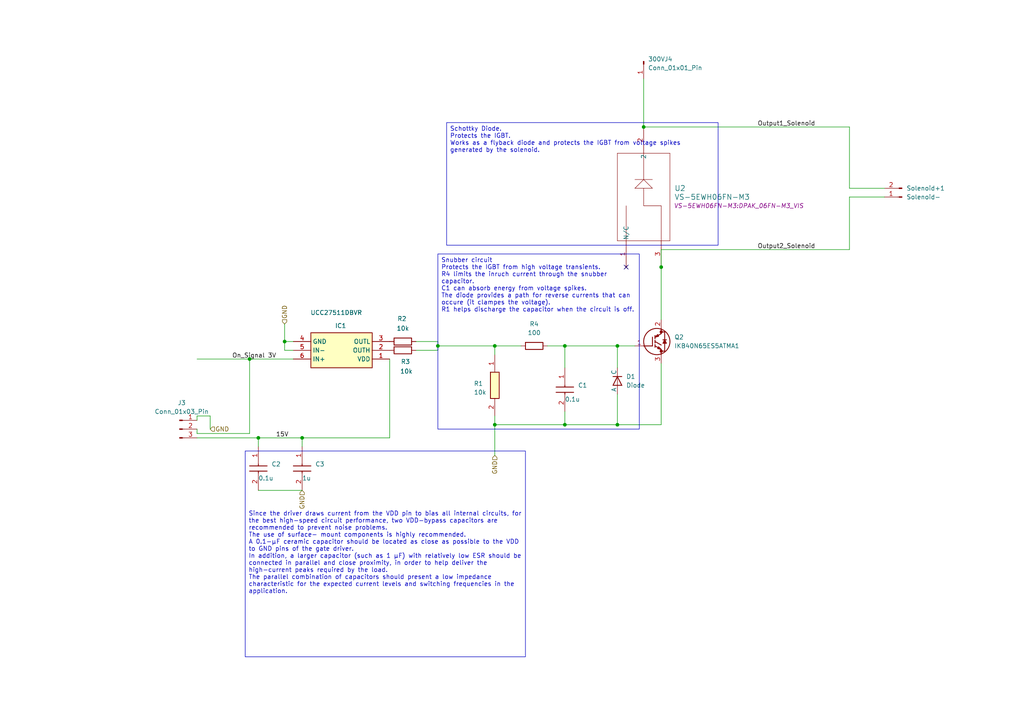
<source format=kicad_sch>
(kicad_sch (version 20231120) (generator "eeschema") (generator_version "8.0")
  (paper "A4")
  (lib_symbols
    (symbol "B32671P6104K000:B32671P6104K000" (pin_names hide)
      (property "Reference" "C" (at 8.89 6.35 0))
      (property "Value" "B32671P6104K000" (at 8.89 3.81 0))
      (symbol "B32671P6104K000_1_1"
        (polyline (pts (xy 5.08 0) (xy 5.588 0)) (stroke (width 0.254)))
        (polyline (pts (xy 5.588 2.54) (xy 5.588 -2.54)) (stroke (width 0.254)))
        (polyline (pts (xy 7.112 0) (xy 7.62 0)) (stroke (width 0.254)))
        (polyline (pts (xy 7.112 2.54) (xy 7.112 -2.54)) (stroke (width 0.254)))
        (pin passive line (at 0 0 0) (length 5.08) (name "1") (number "1"))
        (pin passive line (at 12.7 0 180) (length 5.08) (name "2") (number "2"))
      )
    )
    (symbol "CRCW121010K0JNEAIF:CRCW121010K0JNEAIF" (pin_names hide)
      (property "Reference" "R" (at 13.97 6.35 0))
      (property "Value" "CRCW121010K0JNEAIF" (at 13.97 3.81 0))
      (symbol "CRCW121010K0JNEAIF_1_1"
        (rectangle (start 5.08 1.27) (end 12.7 -1.27) (stroke (width 0.254)) (fill (type background)))
        (pin passive line (at 0 0 0) (length 5.08) (name "1") (number "1"))
        (pin passive line (at 17.78 0 180) (length 5.08) (name "2") (number "2"))
      )
    )
    (symbol "Connector:Conn_01x01_Pin" (pin_names (offset 1.016) hide)
      (property "Reference" "J" (at 0 2.54 0))
      (property "Value" "Conn_01x01_Pin" (at 0 -2.54 0))
      (symbol "Conn_01x01_Pin_1_1"
        (polyline (pts (xy 1.27 0) (xy 0.8636 0)) (stroke (width 0.1524)))
        (rectangle (start 0.8636 0.127) (end 0 -0.127) (stroke (width 0.1524)) (fill (type outline)))
        (pin passive line (at 5.08 0 180) (length 3.81) (name "Pin_1") (number "1"))
      )
    )
    (symbol "Connector:Conn_01x02_Pin" (pin_names (offset 1.016) hide)
      (property "Reference" "J" (at 0 2.54 0))
      (property "Value" "Conn_01x02_Pin" (at 0 -5.08 0))
      (symbol "Conn_01x02_Pin_1_1"
        (polyline (pts (xy 1.27 -2.54) (xy 0.8636 -2.54)) (stroke (width 0.1524)))
        (polyline (pts (xy 1.27 0) (xy 0.8636 0)) (stroke (width 0.1524)))
        (rectangle (start 0.8636 -2.413) (end 0 -2.667) (stroke (width 0.1524)) (fill (type outline)))
        (rectangle (start 0.8636 0.127) (end 0 -0.127) (stroke (width 0.1524)) (fill (type outline)))
        (pin passive line (at 5.08 0 180) (length 3.81) (name "Pin_1") (number "1"))
        (pin passive line (at 5.08 -2.54 180) (length 3.81) (name "Pin_2") (number "2"))
      )
    )
    (symbol "Connector:Conn_01x03_Pin" (pin_names (offset 1.016) hide)
      (property "Reference" "J" (at 0 5.08 0))
      (property "Value" "Conn_01x03_Pin" (at 0 -5.08 0))
      (symbol "Conn_01x03_Pin_1_1"
        (polyline (pts (xy 1.27 -2.54) (xy 0.8636 -2.54)) (stroke (width 0.1524)))
        (polyline (pts (xy 1.27 0) (xy 0.8636 0)) (stroke (width 0.1524)))
        (polyline (pts (xy 1.27 2.54) (xy 0.8636 2.54)) (stroke (width 0.1524)))
        (rectangle (start 0.8636 -2.413) (end 0 -2.667) (stroke (width 0.1524)) (fill (type outline)))
        (rectangle (start 0.8636 0.127) (end 0 -0.127) (stroke (width 0.1524)) (fill (type outline)))
        (rectangle (start 0.8636 2.667) (end 0 2.413) (stroke (width 0.1524)) (fill (type outline)))
        (pin passive line (at 5.08 2.54 180) (length 3.81) (name "Pin_1") (number "1"))
        (pin passive line (at 5.08 0 180) (length 3.81) (name "Pin_2") (number "2"))
        (pin passive line (at 5.08 -2.54 180) (length 3.81) (name "Pin_3") (number "3"))
      )
    )
    (symbol "Device:R" (pin_numbers hide) (pin_names (offset 0))
      (property "Reference" "R" (at 2.032 0 90))
      (property "Value" "R" (at 0 0 90))
      (symbol "R_0_1"
        (rectangle (start -1.016 -2.54) (end 1.016 2.54) (stroke (width 0.254)))
      )
      (symbol "R_1_1"
        (pin passive line (at 0 3.81 270) (length 1.27) (name "~") (number "1"))
        (pin passive line (at 0 -3.81 90) (length 1.27) (name "~") (number "2"))
      )
    )
    (symbol "IKB40N65ES5ATMA1:IKB40N65ES5ATMA1" (pin_names hide)
      (property "Reference" "Q" (at 11.43 2.54 0))
      (property "Value" "IKB40N65ES5ATMA1" (at 11.43 0 0))
      (symbol "IKB40N65ES5ATMA1_1_1"
        (polyline (pts (xy 2.54 0) (xy 5.08 0)) (stroke (width 0.254)))
        (polyline (pts (xy 5.08 2.54) (xy 5.08 0)) (stroke (width 0.254)))
        (polyline (pts (xy 5.842 -0.4064) (xy 5.842 0.4064)) (stroke (width 0.254)))
        (polyline (pts (xy 5.842 0) (xy 7.62 -1.016)) (stroke (width 0.254)))
        (polyline (pts (xy 5.842 0.8636) (xy 5.842 1.6764)) (stroke (width 0.254)))
        (polyline (pts (xy 5.842 1.27) (xy 7.62 0.254)) (stroke (width 0.254)))
        (polyline (pts (xy 5.842 2.1336) (xy 5.842 2.9464)) (stroke (width 0.254)))
        (polyline (pts (xy 5.842 2.1844) (xy 5.842 2.9972)) (stroke (width 0.254)))
        (polyline (pts (xy 7.62 -1.524) (xy 8.636 -1.524)) (stroke (width 0.254)))
        (polyline (pts (xy 7.62 -1.016) (xy 7.62 -2.54)) (stroke (width 0.254)))
        (polyline (pts (xy 7.62 3.556) (xy 5.842 2.54)) (stroke (width 0.254)))
        (polyline (pts (xy 7.62 3.556) (xy 7.62 5.08)) (stroke (width 0.254)))
        (polyline (pts (xy 7.62 4.064) (xy 8.636 4.064)) (stroke (width 0.254)))
        (polyline (pts (xy 8.128 1.778) (xy 9.144 1.778)) (stroke (width 0.254)))
        (polyline (pts (xy 8.636 0.762) (xy 8.636 -1.524)) (stroke (width 0.254)))
        (polyline (pts (xy 8.636 1.778) (xy 8.636 4.064)) (stroke (width 0.254)))
        (polyline (pts (xy 6.604 -0.762) (xy 6.858 -0.254) (xy 7.62 -1.016) (xy 6.604 -0.762)) (stroke (width 0.254)) (fill (type outline)))
        (polyline (pts (xy 6.858 2.794) (xy 6.604 3.302) (xy 5.842 2.54) (xy 6.858 2.794)) (stroke (width 0.254)) (fill (type outline)))
        (polyline (pts (xy 8.636 1.778) (xy 8.128 0.762) (xy 9.144 0.762) (xy 8.636 1.778)) (stroke (width 0.254)) (fill (type outline)))
        (circle (center 6.35 1.27) (radius 3.81) (stroke (width 0.254)))
        (circle (center 7.62 -1.524) (radius 0.254) (stroke (width 0.381)))
        (circle (center 7.62 4.064) (radius 0.254) (stroke (width 0.381)))
        (pin passive line (at 0 0 0) (length 2.54) (name "G") (number "1"))
        (pin passive line (at 7.62 7.62 270) (length 2.54) (name "C") (number "2"))
        (pin passive line (at 7.62 -5.08 90) (length 2.54) (name "E") (number "3"))
      )
    )
    (symbol "TVS_Diod_1.5SMC440A:Diode" (pin_numbers hide) (pin_names (offset 0))
      (property "Reference" "D" (at 0 5.08 0))
      (property "Value" "Diode" (at 0 3.175 0))
      (symbol "Diode_0_1"
        (polyline (pts (xy -1.27 0) (xy 1.27 0)))
        (polyline (pts (xy 1.27 -1.27) (xy 1.27 1.27)) (stroke (width 0.254)))
        (polyline (pts (xy -1.27 -1.27) (xy -1.27 1.27) (xy 1.27 0) (xy -1.27 -1.27)) (stroke (width 0.254)))
      )
      (symbol "Diode_1_1"
        (pin passive line (at -3.81 0 0) (length 2.54) (name "A") (number "1"))
        (pin passive line (at 3.81 0 180) (length 2.54) (name "C") (number "2"))
      )
    )
    (symbol "UCC27511DBVR:UCC27511DBVR"
      (property "Reference" "IC" (at 24.13 7.62 0))
      (property "Value" "UCC27511DBVR" (at 24.13 5.08 0))
      (symbol "UCC27511DBVR_1_1"
        (rectangle (start 5.08 2.54) (end 22.86 -7.62) (stroke (width 0.254)) (fill (type background)))
        (pin passive line (at 0 0 0) (length 5.08) (name "VDD") (number "1"))
        (pin passive line (at 0 -2.54 0) (length 5.08) (name "OUTH") (number "2"))
        (pin passive line (at 0 -5.08 0) (length 5.08) (name "OUTL") (number "3"))
        (pin passive line (at 27.94 -5.08 180) (length 5.08) (name "GND") (number "4"))
        (pin passive line (at 27.94 -2.54 180) (length 5.08) (name "IN-") (number "5"))
        (pin passive line (at 27.94 0 180) (length 5.08) (name "IN+") (number "6"))
      )
    )
    (symbol "VS-5EWH06FN-M3:VS-5EWH06FN-M3" (pin_names (offset 0.254))
      (property "Reference" "U" (at 20.32 7.62 0))
      (property "Value" "VS-5EWH06FN-M3" (at 20.32 5.08 0))
      (symbol "VS-5EWH06FN-M3_0_1"
        (polyline (pts (xy 7.62 -12.7) (xy 33.02 -12.7)) (stroke (width 0.127)))
        (polyline (pts (xy 7.62 -10.16) (xy 17.78 -10.16)) (stroke (width 0.127)))
        (polyline (pts (xy 7.62 0) (xy 17.78 0)) (stroke (width 0.127)))
        (polyline (pts (xy 7.62 2.54) (xy 7.62 -12.7)) (stroke (width 0.127)))
        (polyline (pts (xy 17.78 -10.16) (xy 17.78 -5.08)) (stroke (width 0.127)))
        (polyline (pts (xy 17.78 -5.08) (xy 22.86 -5.08)) (stroke (width 0.127)))
        (polyline (pts (xy 22.86 -7.62) (xy 22.86 -2.54)) (stroke (width 0.127)))
        (polyline (pts (xy 22.86 -7.62) (xy 25.4 -5.08)) (stroke (width 0.127)))
        (polyline (pts (xy 25.4 -7.62) (xy 25.4 -2.54)) (stroke (width 0.127)))
        (polyline (pts (xy 25.4 -5.08) (xy 22.86 -2.54)) (stroke (width 0.127)))
        (polyline (pts (xy 25.4 -5.08) (xy 33.02 -5.08)) (stroke (width 0.127)))
        (polyline (pts (xy 33.02 -12.7) (xy 33.02 2.54)) (stroke (width 0.127)))
        (polyline (pts (xy 33.02 2.54) (xy 7.62 2.54)) (stroke (width 0.127)))
        (pin no_connect line (at 0 0 0) (length 7.62) (name "N/C") (number "1"))
        (pin unspecified line (at 40.64 -5.08 180) (length 7.62) (name "2") (number "2"))
        (pin unspecified line (at 0 -10.16 0) (length 7.62) (name "") (number "3"))
      )
    )
  )
  (junction (at 163.83 100.33))
  (junction (at 127 100.33))
  (junction (at 186.69 36.83))
  (junction (at 143.51 123.19))
  (junction (at 82.55 99.06))
  (junction (at 163.83 123.19))
  (junction (at 179.07 100.33))
  (junction (at 72.39 104.14))
  (junction (at 74.93 127))
  (junction (at 143.51 100.33))
  (junction (at 191.77 77.47))
  (junction (at 87.63 127))
  (junction (at 179.07 123.19))
  (no_connect (at 181.61 77.47))
  (wire (pts (xy 191.77 77.47) (xy 191.77 92.71)))
  (wire (pts (xy 143.51 100.33) (xy 151.13 100.33)))
  (wire (pts (xy 163.83 123.19) (xy 179.07 123.19)))
  (wire (pts (xy 60.96 120.65) (xy 57.15 120.65)))
  (wire (pts (xy 246.38 57.15) (xy 256.54 57.15)))
  (wire (pts (xy 127 100.33) (xy 127 101.6)))
  (wire (pts (xy 246.38 57.15) (xy 246.38 72.39)))
  (wire (pts (xy 143.51 120.65) (xy 143.51 123.19)))
  (wire (pts (xy 57.15 127) (xy 74.93 127)))
  (wire (pts (xy 186.69 22.86) (xy 186.69 36.83)))
  (wire (pts (xy 143.51 100.33) (xy 143.51 102.87)))
  (wire (pts (xy 85.09 101.6) (xy 82.55 101.6)))
  (wire (pts (xy 246.38 54.61) (xy 256.54 54.61)))
  (wire (pts (xy 191.77 105.41) (xy 191.77 123.19)))
  (wire (pts (xy 163.83 100.33) (xy 163.83 106.68)))
  (wire (pts (xy 127 100.33) (xy 143.51 100.33)))
  (wire (pts (xy 179.07 123.19) (xy 191.77 123.19)))
  (wire (pts (xy 60.96 124.46) (xy 60.96 120.65)))
  (wire (pts (xy 143.51 123.19) (xy 163.83 123.19)))
  (wire (pts (xy 82.55 101.6) (xy 82.55 99.06)))
  (wire (pts (xy 74.93 127) (xy 87.63 127)))
  (wire (pts (xy 72.39 125.73) (xy 57.15 125.73)))
  (wire (pts (xy 87.63 127) (xy 113.03 127)))
  (wire (pts (xy 74.93 142.24) (xy 87.63 142.24)))
  (wire (pts (xy 113.03 104.14) (xy 113.03 127)))
  (wire (pts (xy 163.83 100.33) (xy 179.07 100.33)))
  (wire (pts (xy 191.77 72.39) (xy 191.77 77.47)))
  (wire (pts (xy 127 99.06) (xy 127 100.33)))
  (wire (pts (xy 57.15 125.73) (xy 57.15 124.46)))
  (wire (pts (xy 72.39 104.14) (xy 72.39 125.73)))
  (wire (pts (xy 179.07 106.68) (xy 179.07 100.33)))
  (wire (pts (xy 163.83 119.38) (xy 163.83 123.19)))
  (wire (pts (xy 120.65 101.6) (xy 127 101.6)))
  (wire (pts (xy 191.77 72.39) (xy 246.38 72.39)))
  (wire (pts (xy 120.65 99.06) (xy 127 99.06)))
  (wire (pts (xy 74.93 127) (xy 74.93 129.54)))
  (wire (pts (xy 186.69 36.83) (xy 246.38 36.83)))
  (wire (pts (xy 179.07 114.3) (xy 179.07 123.19)))
  (wire (pts (xy 57.15 120.65) (xy 57.15 121.92)))
  (wire (pts (xy 87.63 127) (xy 87.63 129.54)))
  (wire (pts (xy 57.15 104.14) (xy 72.39 104.14)))
  (wire (pts (xy 163.83 100.33) (xy 158.75 100.33)))
  (wire (pts (xy 82.55 93.98) (xy 82.55 99.06)))
  (wire (pts (xy 179.07 100.33) (xy 184.15 100.33)))
  (wire (pts (xy 82.55 99.06) (xy 85.09 99.06)))
  (wire (pts (xy 246.38 36.83) (xy 246.38 54.61)))
  (wire (pts (xy 143.51 132.08) (xy 143.51 123.19)))
  (wire (pts (xy 72.39 104.14) (xy 85.09 104.14)))
  (text_box "Snubber circuit\nProtects the IGBT from high voltage transients.\nR4 limits the inruch current through the snubber capacitor. \nC1 can absorb energy from voltage spikes.\nThe diode provides a path for reverse currents that can occure (it clampes the voltage). \nR1 helps discharge the capacitor when the circuit is off. " (at 127 73.66 0) (size 58.42 50.8) (effects (font (size 1.27 1.27)) (justify left top)))
  (text_box "\n\n\n\n\n\n\n\nSince the driver draws current from the VDD pin to bias all internal circuits, for the best high-speed circuit performance, two VDD-bypass capacitors are recommended to prevent noise problems. \nThe use of surface- mount components is highly recommended. \nA 0.1-μF ceramic capacitor should be located as close as possible to the VDD to GND pins of the gate driver. \nIn addition, a larger capacitor (such as 1 μF) with relatively low ESR should be connected in parallel and close proximity, in order to help deliver the high-current peaks required by the load. \nThe parallel combination of capacitors should present a low impedance characteristic for the expected current levels and switching frequencies in the application.\n" (at 71.12 130.81 0) (size 81.28 59.69) (effects (font (size 1.27 1.27)) (justify left top)))
  (text_box "Schottky Diode. \nProtects the IGBT.\nWorks as a flyback diode and protects the IGBT from voltage spikes generated by the solenoid. \n" (at 129.54 35.56 0) (size 78.74 35.56) (effects (font (size 1.27 1.27)) (justify left top)))
  (label "Output2_Solenoid " (at 219.71 72.39 0))
  (label "On_Signal 3V" (at 67.31 104.14 0))
  (label "15V" (at 80.01 127 0))
  (label "Output1_Solenoid " (at 219.71 36.83 0))
  (hierarchical_label "GND" (shape input) (at 60.96 124.46 0))
  (hierarchical_label "GND" (shape input) (at 87.63 142.24 270))
  (hierarchical_label "GND" (shape input) (at 143.51 132.08 270))
  (hierarchical_label "GND" (shape input) (at 82.55 93.98 90))
  (symbol (lib_id "VS-5EWH06FN-M3:VS-5EWH06FN-M3") (at 181.61 77.47 90) (unit 1)
    (property "Reference" "U2" (at 195.58 54.6099 90) (effects (font (size 1.524 1.524)) (justify right)))
    (property "Value" "VS-5EWH06FN-M3" (at 195.58 57.1499 90) (effects (font (size 1.524 1.524)) (justify right)))
    (property "Footprint" "VS-5EWH06FN-M3:DPAK_06FN-M3_VIS" (at 195.58 59.6899 90) (effects (font (italic yes)) (justify right)))
    (property "Datasheet" "VS-5EWH06FN-M3" (effects (hide yes)))
  )
  (symbol (lib_id "Device:R") (at 154.94 100.33 90) (unit 1)
    (property "Reference" "R4" (at 154.94 93.98 90))
    (property "Value" "100" (at 154.94 96.52 90))
    (property "Footprint" "Resistor_SMD:R_2010_5025Metric" (effects (hide yes)))
    (property "Description" "Resistor" (effects (hide yes)))
  )
  (symbol (lib_id "Connector:Conn_01x01_Pin") (at 186.69 17.78 270) (unit 1)
    (property "Reference" "300VJ4" (at 187.96 17.1449 90) (effects (justify left)))
    (property "Value" "Conn_01x01_Pin" (at 187.96 19.6849 90) (effects (justify left)))
    (property "Footprint" "Connector_PinHeader_2.54mm:PinHeader_1x01_P2.54mm_Vertical" (effects (hide yes)))
    (property "Description" "Generic connector, single row, 01x01, script generated" (effects (hide yes)))
  )
  (symbol (lib_id "TVS_Diod_1.5SMC440A:Diode") (at 179.07 110.49 90) (unit 1)
    (property "Reference" "D1" (at 181.61 109.2199 90) (effects (justify right)))
    (property "Value" "Diode" (at 181.61 111.7599 90) (effects (justify right)))
    (property "Footprint" "Diode_SMD:D_SMC" (effects (hide yes)))
    (property "Datasheet" "https://diotec.com/de/produktliste/D.html" (effects (hide yes)))
    (property "Description" "Diode" (effects (hide yes)))
  )
  (symbol (lib_id "CRCW121010K0JNEAIF:CRCW121010K0JNEAIF") (at 143.51 102.87 270) (unit 1)
    (property "Reference" "R1" (at 137.414 111.252 90) (effects (justify left)))
    (property "Value" "10k" (at 137.414 113.792 90) (effects (justify left)))
    (property "Footprint" "Resistor_SMD:R_1210_3225Metric" (effects (hide yes)))
    (property "Datasheet" "https://www.vishay.com/docs/20024/dcrcwife3.pdf" (effects (hide yes)))
    (property "Description" "10 kOhms +/-5% 0.5W, 1/2W Chip Resistor 1210 (3225 Metric) Automotive AEC-Q200, Pulse Withstanding Thick Film" (effects (hide yes)))
    (property "Height" "0.6" (effects (hide yes)))
    (property "Mouser Part Number" "71-CRCW121010K0JNAIF" (effects (hide yes)))
    (property "Mouser Price/Stock" "https://www.mouser.co.uk/ProductDetail/Vishay/CRCW121010K0JNEAIF?qs=i8QVZAFTkqQfG5tTLsUS4Q%3D%3D" (effects (hide yes)))
    (property "Manufacturer_Name" "Vishay" (effects (hide yes)))
    (property "Manufacturer_Part_Number" "CRCW121010K0JNEAIF" (effects (hide yes)))
  )
  (symbol (lib_id "Connector:Conn_01x03_Pin") (at 52.07 124.46 0) (unit 1)
    (property "Reference" "J3" (at 52.705 116.84 0))
    (property "Value" "Conn_01x03_Pin" (at 52.705 119.38 0))
    (property "Footprint" "Connector_PinHeader_2.54mm:PinHeader_1x03_P2.54mm_Vertical" (effects (hide yes)))
    (property "Description" "Generic connector, single row, 01x03, script generated" (effects (hide yes)))
  )
  (symbol (lib_id "B32671P6104K000:B32671P6104K000") (at 87.63 129.54 270) (unit 1)
    (property "Reference" "C3" (at 91.44 134.6199 90) (effects (justify left)))
    (property "Value" "1u" (at 87.63 138.684 90) (effects (justify left)))
    (property "Footprint" "Capacitor_SMD:C_1206_3216Metric" (effects (hide yes)))
    (property "Datasheet" "https://product.tdk.com/system/files/dam/doc/product/capacitor/film/mkp_mfp/data_sheet/20/20/db/fc_2009/mkp_b3267_p.pdf" (effects (hide yes)))
    (property "Description" "Metallized Polypropylene Capacitors (MKP/MFP), 0.1uF, 630V DC, 5mm(W) x 11mm(H) x 13mm(L)" (effects (hide yes)))
    (property "Height" "11" (effects (hide yes)))
    (property "Mouser Part Number" "871-B32671P6104K000" (effects (hide yes)))
    (property "Mouser Price/Stock" "https://www.mouser.co.uk/ProductDetail/EPCOS-TDK/B32671P6104K000?qs=vvQZUlcHev%2FW432KWD%2FDwA%3D%3D" (effects (hide yes)))
    (property "Manufacturer_Name" "TDK" (effects (hide yes)))
    (property "Manufacturer_Part_Number" "B32671P6104K000" (effects (hide yes)))
  )
  (symbol (lib_id "IKB40N65ES5ATMA1:IKB40N65ES5ATMA1") (at 184.15 100.33 0) (unit 1)
    (property "Reference" "Q2" (at 195.58 97.7899 0) (effects (justify left)))
    (property "Value" "IKB40N65ES5ATMA1" (at 195.58 100.3299 0) (effects (justify left)))
    (property "Footprint" "IKB40N65ES5ATMA1 IGBT:BTS141TCBUMA1" (effects (hide yes)))
    (property "Datasheet" "https://componentsearchengine.com/Datasheets/1/IKB40N65ES5ATMA1.pdf" (effects (hide yes)))
    (property "Description" "IGBT Transistors INDUSTRY 14" (effects (hide yes)))
    (property "Height" "4.4" (effects (hide yes)))
    (property "Mouser Part Number" "726-IKB40N65ES5ATMA1" (effects (hide yes)))
    (property "Mouser Price/Stock" "https://www.mouser.co.uk/ProductDetail/Infineon-Technologies/IKB40N65ES5ATMA1?qs=MLItCLRbWsxz7jtfFbVz2w%3D%3D" (effects (hide yes)))
    (property "Manufacturer_Name" "Infineon" (effects (hide yes)))
    (property "Manufacturer_Part_Number" "IKB40N65ES5ATMA1" (effects (hide yes)))
  )
  (symbol (lib_id "Connector:Conn_01x02_Pin") (at 261.62 57.15 180) (unit 1)
    (property "Reference" "Solenoid+1" (at 262.89 54.6099 0) (effects (justify right)))
    (property "Value" "Solenoid-" (at 262.89 57.1499 0) (effects (justify right)))
    (property "Footprint" "Connector_PinHeader_2.54mm:PinHeader_1x02_P2.54mm_Vertical" (effects (hide yes)))
    (property "Description" "Generic connector, single row, 01x02, script generated" (effects (hide yes)))
  )
  (symbol (lib_id "B32671P6104K000:B32671P6104K000") (at 74.93 129.54 270) (unit 1)
    (property "Reference" "C2" (at 78.74 134.6199 90) (effects (justify left)))
    (property "Value" "0.1u" (at 74.93 138.684 90) (effects (justify left)))
    (property "Footprint" "Capacitor_SMD:C_1206_3216Metric" (effects (hide yes)))
    (property "Datasheet" "https://product.tdk.com/system/files/dam/doc/product/capacitor/film/mkp_mfp/data_sheet/20/20/db/fc_2009/mkp_b3267_p.pdf" (effects (hide yes)))
    (property "Description" "Metallized Polypropylene Capacitors (MKP/MFP), 0.1uF, 630V DC, 5mm(W) x 11mm(H) x 13mm(L)" (effects (hide yes)))
    (property "Height" "11" (effects (hide yes)))
    (property "Mouser Part Number" "871-B32671P6104K000" (effects (hide yes)))
    (property "Mouser Price/Stock" "https://www.mouser.co.uk/ProductDetail/EPCOS-TDK/B32671P6104K000?qs=vvQZUlcHev%2FW432KWD%2FDwA%3D%3D" (effects (hide yes)))
    (property "Manufacturer_Name" "TDK" (effects (hide yes)))
    (property "Manufacturer_Part_Number" "B32671P6104K000" (effects (hide yes)))
  )
  (symbol (lib_id "UCC27511DBVR:UCC27511DBVR") (at 113.03 104.14 180) (unit 1)
    (property "Reference" "IC1" (at 98.806 94.488 0))
    (property "Value" "UCC27511DBVR" (at 97.536 90.678 0))
    (property "Footprint" "IKB40N65ES5ATMA1 IGBT:BTS141TCBUMA1" (effects (hide yes)))
    (property "Datasheet" "http://www.ti.com/general/docs/suppproductinfo.tsp?distId=10&gotoUrl=http%3A%2F%2Fwww.ti.com%2Flit%2Fgpn%2Fucc27511" (effects (hide yes)))
    (property "Description" "4A/8A Single Channel High-speed Low-side Gate Driver" (effects (hide yes)))
    (property "Height" "1.45" (effects (hide yes)))
    (property "Mouser Part Number" "595-UCC27511DBVR" (effects (hide yes)))
    (property "Mouser Price/Stock" "https://www.mouser.co.uk/ProductDetail/Texas-Instruments/UCC27511DBVR?qs=Brs2XCuyt3cyk%2FCyDsXxJg%3D%3D" (effects (hide yes)))
    (property "Manufacturer_Name" "Texas Instruments" (effects (hide yes)))
    (property "Manufacturer_Part_Number" "UCC27511DBVR" (effects (hide yes)))
  )
  (symbol (lib_id "B32671P6104K000:B32671P6104K000") (at 163.83 106.68 270) (unit 1)
    (property "Reference" "C1" (at 167.64 111.7599 90) (effects (justify left)))
    (property "Value" "0.1u" (at 163.83 115.824 90) (effects (justify left)))
    (property "Footprint" "Capacitor_SMD:C_1812_4532Metric" (effects (hide yes)))
    (property "Datasheet" "https://product.tdk.com/system/files/dam/doc/product/capacitor/film/mkp_mfp/data_sheet/20/20/db/fc_2009/mkp_b3267_p.pdf" (effects (hide yes)))
    (property "Description" "Metallized Polypropylene Capacitors (MKP/MFP), 0.1uF, 630V DC, 5mm(W) x 11mm(H) x 13mm(L)" (effects (hide yes)))
    (property "Height" "11" (effects (hide yes)))
    (property "Mouser Part Number" "871-B32671P6104K000" (effects (hide yes)))
    (property "Mouser Price/Stock" "https://www.mouser.co.uk/ProductDetail/EPCOS-TDK/B32671P6104K000?qs=vvQZUlcHev%2FW432KWD%2FDwA%3D%3D" (effects (hide yes)))
    (property "Manufacturer_Name" "TDK" (effects (hide yes)))
    (property "Manufacturer_Part_Number" "B32671P6104K000" (effects (hide yes)))
  )
  (symbol (lib_id "Device:R") (at 116.84 99.06 90) (unit 1)
    (property "Reference" "R2" (at 116.586 92.456 90))
    (property "Value" "10k" (at 116.84 95.25 90))
    (property "Footprint" "Resistor_SMD:R_1210_3225Metric" (effects (hide yes)))
    (property "Description" "Resistor" (effects (hide yes)))
  )
  (symbol (lib_id "Device:R") (at 116.84 101.6 90) (unit 1)
    (property "Reference" "R3" (at 117.602 104.902 90))
    (property "Value" "10k" (at 117.856 107.696 90))
    (property "Footprint" "Resistor_SMD:R_1210_3225Metric" (effects (hide yes)))
    (property "Description" "Resistor" (effects (hide yes)))
  )
)
</source>
